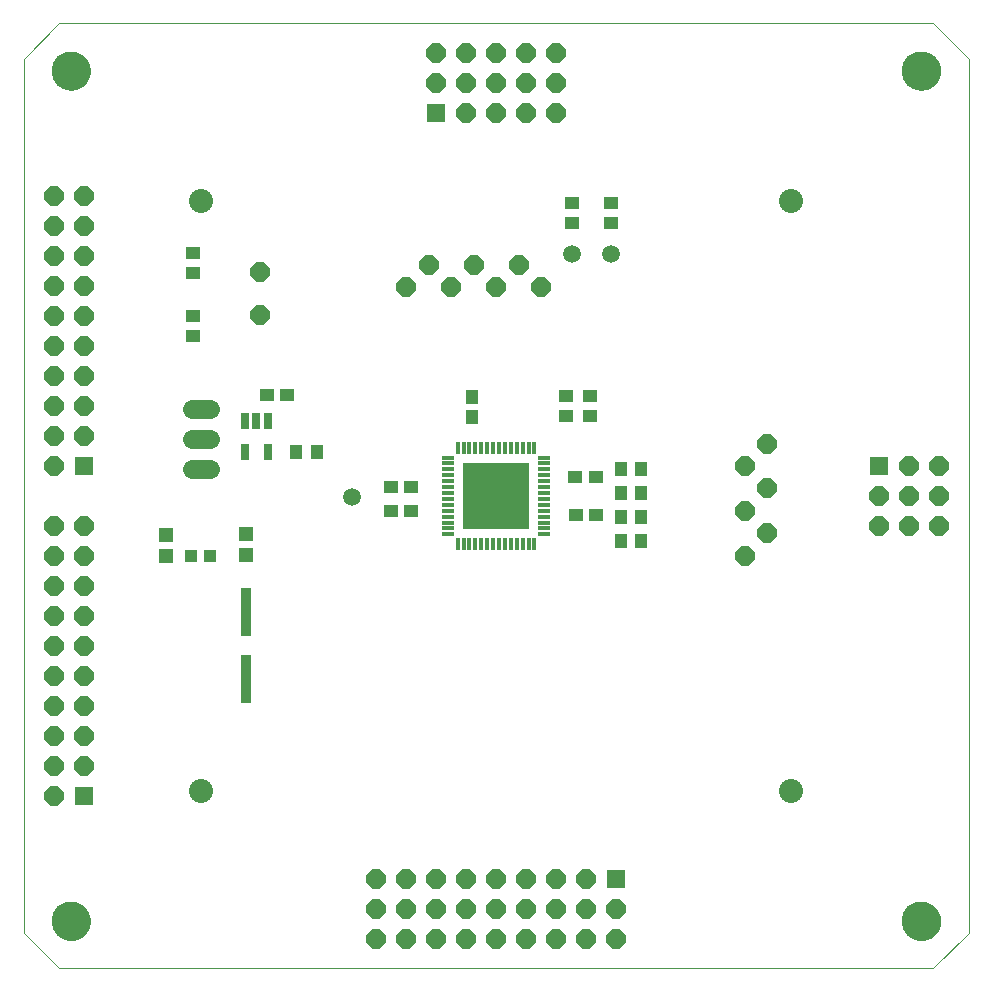
<source format=gts>
G75*
%MOIN*%
%OFA0B0*%
%FSLAX25Y25*%
%IPPOS*%
%LPD*%
%AMOC8*
5,1,8,0,0,1.08239X$1,22.5*
%
%ADD10R,0.04652X0.04534*%
%ADD11R,0.04731X0.04337*%
%ADD12R,0.03400X0.16400*%
%ADD13R,0.03943X0.03943*%
%ADD14C,0.00000*%
%ADD15C,0.12998*%
%ADD16OC8,0.06400*%
%ADD17R,0.06400X0.06400*%
%ADD18C,0.06400*%
%ADD19R,0.04337X0.04731*%
%ADD20R,0.01384X0.04337*%
%ADD21R,0.22054X0.22054*%
%ADD22R,0.04337X0.01384*%
%ADD23R,0.02600X0.05400*%
%ADD24C,0.05912*%
%ADD25C,0.08000*%
D10*
X0059300Y0172655D03*
X0059300Y0179545D03*
X0086100Y0179845D03*
X0086100Y0172955D03*
D11*
X0134254Y0187600D03*
X0140946Y0187600D03*
X0140946Y0195600D03*
X0134254Y0195600D03*
X0099846Y0226200D03*
X0093154Y0226200D03*
X0068500Y0245954D03*
X0068500Y0252646D03*
X0068500Y0266854D03*
X0068500Y0273546D03*
X0194600Y0283654D03*
X0194600Y0290346D03*
X0207600Y0290346D03*
X0207600Y0283654D03*
X0200600Y0226146D03*
X0200600Y0219454D03*
X0192600Y0219454D03*
X0192600Y0226146D03*
X0195854Y0199000D03*
X0202546Y0199000D03*
X0202746Y0186400D03*
X0196054Y0186400D03*
D12*
X0085900Y0154100D03*
X0085900Y0131500D03*
D13*
X0073950Y0172700D03*
X0067650Y0172700D03*
D14*
X0011900Y0047011D02*
X0023711Y0035200D01*
X0315050Y0035200D01*
X0326861Y0047011D01*
X0326861Y0338350D01*
X0315050Y0350161D01*
X0023711Y0350161D01*
X0011900Y0338350D01*
X0011900Y0047011D01*
X0021349Y0050948D02*
X0021351Y0051106D01*
X0021357Y0051264D01*
X0021367Y0051422D01*
X0021381Y0051580D01*
X0021399Y0051737D01*
X0021420Y0051894D01*
X0021446Y0052050D01*
X0021476Y0052206D01*
X0021509Y0052361D01*
X0021547Y0052514D01*
X0021588Y0052667D01*
X0021633Y0052819D01*
X0021682Y0052970D01*
X0021735Y0053119D01*
X0021791Y0053267D01*
X0021851Y0053413D01*
X0021915Y0053558D01*
X0021983Y0053701D01*
X0022054Y0053843D01*
X0022128Y0053983D01*
X0022206Y0054120D01*
X0022288Y0054256D01*
X0022372Y0054390D01*
X0022461Y0054521D01*
X0022552Y0054650D01*
X0022647Y0054777D01*
X0022744Y0054902D01*
X0022845Y0055024D01*
X0022949Y0055143D01*
X0023056Y0055260D01*
X0023166Y0055374D01*
X0023279Y0055485D01*
X0023394Y0055594D01*
X0023512Y0055699D01*
X0023633Y0055801D01*
X0023756Y0055901D01*
X0023882Y0055997D01*
X0024010Y0056090D01*
X0024140Y0056180D01*
X0024273Y0056266D01*
X0024408Y0056350D01*
X0024544Y0056429D01*
X0024683Y0056506D01*
X0024824Y0056578D01*
X0024966Y0056648D01*
X0025110Y0056713D01*
X0025256Y0056775D01*
X0025403Y0056833D01*
X0025552Y0056888D01*
X0025702Y0056939D01*
X0025853Y0056986D01*
X0026005Y0057029D01*
X0026158Y0057068D01*
X0026313Y0057104D01*
X0026468Y0057135D01*
X0026624Y0057163D01*
X0026780Y0057187D01*
X0026937Y0057207D01*
X0027095Y0057223D01*
X0027252Y0057235D01*
X0027411Y0057243D01*
X0027569Y0057247D01*
X0027727Y0057247D01*
X0027885Y0057243D01*
X0028044Y0057235D01*
X0028201Y0057223D01*
X0028359Y0057207D01*
X0028516Y0057187D01*
X0028672Y0057163D01*
X0028828Y0057135D01*
X0028983Y0057104D01*
X0029138Y0057068D01*
X0029291Y0057029D01*
X0029443Y0056986D01*
X0029594Y0056939D01*
X0029744Y0056888D01*
X0029893Y0056833D01*
X0030040Y0056775D01*
X0030186Y0056713D01*
X0030330Y0056648D01*
X0030472Y0056578D01*
X0030613Y0056506D01*
X0030752Y0056429D01*
X0030888Y0056350D01*
X0031023Y0056266D01*
X0031156Y0056180D01*
X0031286Y0056090D01*
X0031414Y0055997D01*
X0031540Y0055901D01*
X0031663Y0055801D01*
X0031784Y0055699D01*
X0031902Y0055594D01*
X0032017Y0055485D01*
X0032130Y0055374D01*
X0032240Y0055260D01*
X0032347Y0055143D01*
X0032451Y0055024D01*
X0032552Y0054902D01*
X0032649Y0054777D01*
X0032744Y0054650D01*
X0032835Y0054521D01*
X0032924Y0054390D01*
X0033008Y0054256D01*
X0033090Y0054120D01*
X0033168Y0053983D01*
X0033242Y0053843D01*
X0033313Y0053701D01*
X0033381Y0053558D01*
X0033445Y0053413D01*
X0033505Y0053267D01*
X0033561Y0053119D01*
X0033614Y0052970D01*
X0033663Y0052819D01*
X0033708Y0052667D01*
X0033749Y0052514D01*
X0033787Y0052361D01*
X0033820Y0052206D01*
X0033850Y0052050D01*
X0033876Y0051894D01*
X0033897Y0051737D01*
X0033915Y0051580D01*
X0033929Y0051422D01*
X0033939Y0051264D01*
X0033945Y0051106D01*
X0033947Y0050948D01*
X0033945Y0050790D01*
X0033939Y0050632D01*
X0033929Y0050474D01*
X0033915Y0050316D01*
X0033897Y0050159D01*
X0033876Y0050002D01*
X0033850Y0049846D01*
X0033820Y0049690D01*
X0033787Y0049535D01*
X0033749Y0049382D01*
X0033708Y0049229D01*
X0033663Y0049077D01*
X0033614Y0048926D01*
X0033561Y0048777D01*
X0033505Y0048629D01*
X0033445Y0048483D01*
X0033381Y0048338D01*
X0033313Y0048195D01*
X0033242Y0048053D01*
X0033168Y0047913D01*
X0033090Y0047776D01*
X0033008Y0047640D01*
X0032924Y0047506D01*
X0032835Y0047375D01*
X0032744Y0047246D01*
X0032649Y0047119D01*
X0032552Y0046994D01*
X0032451Y0046872D01*
X0032347Y0046753D01*
X0032240Y0046636D01*
X0032130Y0046522D01*
X0032017Y0046411D01*
X0031902Y0046302D01*
X0031784Y0046197D01*
X0031663Y0046095D01*
X0031540Y0045995D01*
X0031414Y0045899D01*
X0031286Y0045806D01*
X0031156Y0045716D01*
X0031023Y0045630D01*
X0030888Y0045546D01*
X0030752Y0045467D01*
X0030613Y0045390D01*
X0030472Y0045318D01*
X0030330Y0045248D01*
X0030186Y0045183D01*
X0030040Y0045121D01*
X0029893Y0045063D01*
X0029744Y0045008D01*
X0029594Y0044957D01*
X0029443Y0044910D01*
X0029291Y0044867D01*
X0029138Y0044828D01*
X0028983Y0044792D01*
X0028828Y0044761D01*
X0028672Y0044733D01*
X0028516Y0044709D01*
X0028359Y0044689D01*
X0028201Y0044673D01*
X0028044Y0044661D01*
X0027885Y0044653D01*
X0027727Y0044649D01*
X0027569Y0044649D01*
X0027411Y0044653D01*
X0027252Y0044661D01*
X0027095Y0044673D01*
X0026937Y0044689D01*
X0026780Y0044709D01*
X0026624Y0044733D01*
X0026468Y0044761D01*
X0026313Y0044792D01*
X0026158Y0044828D01*
X0026005Y0044867D01*
X0025853Y0044910D01*
X0025702Y0044957D01*
X0025552Y0045008D01*
X0025403Y0045063D01*
X0025256Y0045121D01*
X0025110Y0045183D01*
X0024966Y0045248D01*
X0024824Y0045318D01*
X0024683Y0045390D01*
X0024544Y0045467D01*
X0024408Y0045546D01*
X0024273Y0045630D01*
X0024140Y0045716D01*
X0024010Y0045806D01*
X0023882Y0045899D01*
X0023756Y0045995D01*
X0023633Y0046095D01*
X0023512Y0046197D01*
X0023394Y0046302D01*
X0023279Y0046411D01*
X0023166Y0046522D01*
X0023056Y0046636D01*
X0022949Y0046753D01*
X0022845Y0046872D01*
X0022744Y0046994D01*
X0022647Y0047119D01*
X0022552Y0047246D01*
X0022461Y0047375D01*
X0022372Y0047506D01*
X0022288Y0047640D01*
X0022206Y0047776D01*
X0022128Y0047913D01*
X0022054Y0048053D01*
X0021983Y0048195D01*
X0021915Y0048338D01*
X0021851Y0048483D01*
X0021791Y0048629D01*
X0021735Y0048777D01*
X0021682Y0048926D01*
X0021633Y0049077D01*
X0021588Y0049229D01*
X0021547Y0049382D01*
X0021509Y0049535D01*
X0021476Y0049690D01*
X0021446Y0049846D01*
X0021420Y0050002D01*
X0021399Y0050159D01*
X0021381Y0050316D01*
X0021367Y0050474D01*
X0021357Y0050632D01*
X0021351Y0050790D01*
X0021349Y0050948D01*
X0021349Y0334413D02*
X0021351Y0334571D01*
X0021357Y0334729D01*
X0021367Y0334887D01*
X0021381Y0335045D01*
X0021399Y0335202D01*
X0021420Y0335359D01*
X0021446Y0335515D01*
X0021476Y0335671D01*
X0021509Y0335826D01*
X0021547Y0335979D01*
X0021588Y0336132D01*
X0021633Y0336284D01*
X0021682Y0336435D01*
X0021735Y0336584D01*
X0021791Y0336732D01*
X0021851Y0336878D01*
X0021915Y0337023D01*
X0021983Y0337166D01*
X0022054Y0337308D01*
X0022128Y0337448D01*
X0022206Y0337585D01*
X0022288Y0337721D01*
X0022372Y0337855D01*
X0022461Y0337986D01*
X0022552Y0338115D01*
X0022647Y0338242D01*
X0022744Y0338367D01*
X0022845Y0338489D01*
X0022949Y0338608D01*
X0023056Y0338725D01*
X0023166Y0338839D01*
X0023279Y0338950D01*
X0023394Y0339059D01*
X0023512Y0339164D01*
X0023633Y0339266D01*
X0023756Y0339366D01*
X0023882Y0339462D01*
X0024010Y0339555D01*
X0024140Y0339645D01*
X0024273Y0339731D01*
X0024408Y0339815D01*
X0024544Y0339894D01*
X0024683Y0339971D01*
X0024824Y0340043D01*
X0024966Y0340113D01*
X0025110Y0340178D01*
X0025256Y0340240D01*
X0025403Y0340298D01*
X0025552Y0340353D01*
X0025702Y0340404D01*
X0025853Y0340451D01*
X0026005Y0340494D01*
X0026158Y0340533D01*
X0026313Y0340569D01*
X0026468Y0340600D01*
X0026624Y0340628D01*
X0026780Y0340652D01*
X0026937Y0340672D01*
X0027095Y0340688D01*
X0027252Y0340700D01*
X0027411Y0340708D01*
X0027569Y0340712D01*
X0027727Y0340712D01*
X0027885Y0340708D01*
X0028044Y0340700D01*
X0028201Y0340688D01*
X0028359Y0340672D01*
X0028516Y0340652D01*
X0028672Y0340628D01*
X0028828Y0340600D01*
X0028983Y0340569D01*
X0029138Y0340533D01*
X0029291Y0340494D01*
X0029443Y0340451D01*
X0029594Y0340404D01*
X0029744Y0340353D01*
X0029893Y0340298D01*
X0030040Y0340240D01*
X0030186Y0340178D01*
X0030330Y0340113D01*
X0030472Y0340043D01*
X0030613Y0339971D01*
X0030752Y0339894D01*
X0030888Y0339815D01*
X0031023Y0339731D01*
X0031156Y0339645D01*
X0031286Y0339555D01*
X0031414Y0339462D01*
X0031540Y0339366D01*
X0031663Y0339266D01*
X0031784Y0339164D01*
X0031902Y0339059D01*
X0032017Y0338950D01*
X0032130Y0338839D01*
X0032240Y0338725D01*
X0032347Y0338608D01*
X0032451Y0338489D01*
X0032552Y0338367D01*
X0032649Y0338242D01*
X0032744Y0338115D01*
X0032835Y0337986D01*
X0032924Y0337855D01*
X0033008Y0337721D01*
X0033090Y0337585D01*
X0033168Y0337448D01*
X0033242Y0337308D01*
X0033313Y0337166D01*
X0033381Y0337023D01*
X0033445Y0336878D01*
X0033505Y0336732D01*
X0033561Y0336584D01*
X0033614Y0336435D01*
X0033663Y0336284D01*
X0033708Y0336132D01*
X0033749Y0335979D01*
X0033787Y0335826D01*
X0033820Y0335671D01*
X0033850Y0335515D01*
X0033876Y0335359D01*
X0033897Y0335202D01*
X0033915Y0335045D01*
X0033929Y0334887D01*
X0033939Y0334729D01*
X0033945Y0334571D01*
X0033947Y0334413D01*
X0033945Y0334255D01*
X0033939Y0334097D01*
X0033929Y0333939D01*
X0033915Y0333781D01*
X0033897Y0333624D01*
X0033876Y0333467D01*
X0033850Y0333311D01*
X0033820Y0333155D01*
X0033787Y0333000D01*
X0033749Y0332847D01*
X0033708Y0332694D01*
X0033663Y0332542D01*
X0033614Y0332391D01*
X0033561Y0332242D01*
X0033505Y0332094D01*
X0033445Y0331948D01*
X0033381Y0331803D01*
X0033313Y0331660D01*
X0033242Y0331518D01*
X0033168Y0331378D01*
X0033090Y0331241D01*
X0033008Y0331105D01*
X0032924Y0330971D01*
X0032835Y0330840D01*
X0032744Y0330711D01*
X0032649Y0330584D01*
X0032552Y0330459D01*
X0032451Y0330337D01*
X0032347Y0330218D01*
X0032240Y0330101D01*
X0032130Y0329987D01*
X0032017Y0329876D01*
X0031902Y0329767D01*
X0031784Y0329662D01*
X0031663Y0329560D01*
X0031540Y0329460D01*
X0031414Y0329364D01*
X0031286Y0329271D01*
X0031156Y0329181D01*
X0031023Y0329095D01*
X0030888Y0329011D01*
X0030752Y0328932D01*
X0030613Y0328855D01*
X0030472Y0328783D01*
X0030330Y0328713D01*
X0030186Y0328648D01*
X0030040Y0328586D01*
X0029893Y0328528D01*
X0029744Y0328473D01*
X0029594Y0328422D01*
X0029443Y0328375D01*
X0029291Y0328332D01*
X0029138Y0328293D01*
X0028983Y0328257D01*
X0028828Y0328226D01*
X0028672Y0328198D01*
X0028516Y0328174D01*
X0028359Y0328154D01*
X0028201Y0328138D01*
X0028044Y0328126D01*
X0027885Y0328118D01*
X0027727Y0328114D01*
X0027569Y0328114D01*
X0027411Y0328118D01*
X0027252Y0328126D01*
X0027095Y0328138D01*
X0026937Y0328154D01*
X0026780Y0328174D01*
X0026624Y0328198D01*
X0026468Y0328226D01*
X0026313Y0328257D01*
X0026158Y0328293D01*
X0026005Y0328332D01*
X0025853Y0328375D01*
X0025702Y0328422D01*
X0025552Y0328473D01*
X0025403Y0328528D01*
X0025256Y0328586D01*
X0025110Y0328648D01*
X0024966Y0328713D01*
X0024824Y0328783D01*
X0024683Y0328855D01*
X0024544Y0328932D01*
X0024408Y0329011D01*
X0024273Y0329095D01*
X0024140Y0329181D01*
X0024010Y0329271D01*
X0023882Y0329364D01*
X0023756Y0329460D01*
X0023633Y0329560D01*
X0023512Y0329662D01*
X0023394Y0329767D01*
X0023279Y0329876D01*
X0023166Y0329987D01*
X0023056Y0330101D01*
X0022949Y0330218D01*
X0022845Y0330337D01*
X0022744Y0330459D01*
X0022647Y0330584D01*
X0022552Y0330711D01*
X0022461Y0330840D01*
X0022372Y0330971D01*
X0022288Y0331105D01*
X0022206Y0331241D01*
X0022128Y0331378D01*
X0022054Y0331518D01*
X0021983Y0331660D01*
X0021915Y0331803D01*
X0021851Y0331948D01*
X0021791Y0332094D01*
X0021735Y0332242D01*
X0021682Y0332391D01*
X0021633Y0332542D01*
X0021588Y0332694D01*
X0021547Y0332847D01*
X0021509Y0333000D01*
X0021476Y0333155D01*
X0021446Y0333311D01*
X0021420Y0333467D01*
X0021399Y0333624D01*
X0021381Y0333781D01*
X0021367Y0333939D01*
X0021357Y0334097D01*
X0021351Y0334255D01*
X0021349Y0334413D01*
X0304814Y0334413D02*
X0304816Y0334571D01*
X0304822Y0334729D01*
X0304832Y0334887D01*
X0304846Y0335045D01*
X0304864Y0335202D01*
X0304885Y0335359D01*
X0304911Y0335515D01*
X0304941Y0335671D01*
X0304974Y0335826D01*
X0305012Y0335979D01*
X0305053Y0336132D01*
X0305098Y0336284D01*
X0305147Y0336435D01*
X0305200Y0336584D01*
X0305256Y0336732D01*
X0305316Y0336878D01*
X0305380Y0337023D01*
X0305448Y0337166D01*
X0305519Y0337308D01*
X0305593Y0337448D01*
X0305671Y0337585D01*
X0305753Y0337721D01*
X0305837Y0337855D01*
X0305926Y0337986D01*
X0306017Y0338115D01*
X0306112Y0338242D01*
X0306209Y0338367D01*
X0306310Y0338489D01*
X0306414Y0338608D01*
X0306521Y0338725D01*
X0306631Y0338839D01*
X0306744Y0338950D01*
X0306859Y0339059D01*
X0306977Y0339164D01*
X0307098Y0339266D01*
X0307221Y0339366D01*
X0307347Y0339462D01*
X0307475Y0339555D01*
X0307605Y0339645D01*
X0307738Y0339731D01*
X0307873Y0339815D01*
X0308009Y0339894D01*
X0308148Y0339971D01*
X0308289Y0340043D01*
X0308431Y0340113D01*
X0308575Y0340178D01*
X0308721Y0340240D01*
X0308868Y0340298D01*
X0309017Y0340353D01*
X0309167Y0340404D01*
X0309318Y0340451D01*
X0309470Y0340494D01*
X0309623Y0340533D01*
X0309778Y0340569D01*
X0309933Y0340600D01*
X0310089Y0340628D01*
X0310245Y0340652D01*
X0310402Y0340672D01*
X0310560Y0340688D01*
X0310717Y0340700D01*
X0310876Y0340708D01*
X0311034Y0340712D01*
X0311192Y0340712D01*
X0311350Y0340708D01*
X0311509Y0340700D01*
X0311666Y0340688D01*
X0311824Y0340672D01*
X0311981Y0340652D01*
X0312137Y0340628D01*
X0312293Y0340600D01*
X0312448Y0340569D01*
X0312603Y0340533D01*
X0312756Y0340494D01*
X0312908Y0340451D01*
X0313059Y0340404D01*
X0313209Y0340353D01*
X0313358Y0340298D01*
X0313505Y0340240D01*
X0313651Y0340178D01*
X0313795Y0340113D01*
X0313937Y0340043D01*
X0314078Y0339971D01*
X0314217Y0339894D01*
X0314353Y0339815D01*
X0314488Y0339731D01*
X0314621Y0339645D01*
X0314751Y0339555D01*
X0314879Y0339462D01*
X0315005Y0339366D01*
X0315128Y0339266D01*
X0315249Y0339164D01*
X0315367Y0339059D01*
X0315482Y0338950D01*
X0315595Y0338839D01*
X0315705Y0338725D01*
X0315812Y0338608D01*
X0315916Y0338489D01*
X0316017Y0338367D01*
X0316114Y0338242D01*
X0316209Y0338115D01*
X0316300Y0337986D01*
X0316389Y0337855D01*
X0316473Y0337721D01*
X0316555Y0337585D01*
X0316633Y0337448D01*
X0316707Y0337308D01*
X0316778Y0337166D01*
X0316846Y0337023D01*
X0316910Y0336878D01*
X0316970Y0336732D01*
X0317026Y0336584D01*
X0317079Y0336435D01*
X0317128Y0336284D01*
X0317173Y0336132D01*
X0317214Y0335979D01*
X0317252Y0335826D01*
X0317285Y0335671D01*
X0317315Y0335515D01*
X0317341Y0335359D01*
X0317362Y0335202D01*
X0317380Y0335045D01*
X0317394Y0334887D01*
X0317404Y0334729D01*
X0317410Y0334571D01*
X0317412Y0334413D01*
X0317410Y0334255D01*
X0317404Y0334097D01*
X0317394Y0333939D01*
X0317380Y0333781D01*
X0317362Y0333624D01*
X0317341Y0333467D01*
X0317315Y0333311D01*
X0317285Y0333155D01*
X0317252Y0333000D01*
X0317214Y0332847D01*
X0317173Y0332694D01*
X0317128Y0332542D01*
X0317079Y0332391D01*
X0317026Y0332242D01*
X0316970Y0332094D01*
X0316910Y0331948D01*
X0316846Y0331803D01*
X0316778Y0331660D01*
X0316707Y0331518D01*
X0316633Y0331378D01*
X0316555Y0331241D01*
X0316473Y0331105D01*
X0316389Y0330971D01*
X0316300Y0330840D01*
X0316209Y0330711D01*
X0316114Y0330584D01*
X0316017Y0330459D01*
X0315916Y0330337D01*
X0315812Y0330218D01*
X0315705Y0330101D01*
X0315595Y0329987D01*
X0315482Y0329876D01*
X0315367Y0329767D01*
X0315249Y0329662D01*
X0315128Y0329560D01*
X0315005Y0329460D01*
X0314879Y0329364D01*
X0314751Y0329271D01*
X0314621Y0329181D01*
X0314488Y0329095D01*
X0314353Y0329011D01*
X0314217Y0328932D01*
X0314078Y0328855D01*
X0313937Y0328783D01*
X0313795Y0328713D01*
X0313651Y0328648D01*
X0313505Y0328586D01*
X0313358Y0328528D01*
X0313209Y0328473D01*
X0313059Y0328422D01*
X0312908Y0328375D01*
X0312756Y0328332D01*
X0312603Y0328293D01*
X0312448Y0328257D01*
X0312293Y0328226D01*
X0312137Y0328198D01*
X0311981Y0328174D01*
X0311824Y0328154D01*
X0311666Y0328138D01*
X0311509Y0328126D01*
X0311350Y0328118D01*
X0311192Y0328114D01*
X0311034Y0328114D01*
X0310876Y0328118D01*
X0310717Y0328126D01*
X0310560Y0328138D01*
X0310402Y0328154D01*
X0310245Y0328174D01*
X0310089Y0328198D01*
X0309933Y0328226D01*
X0309778Y0328257D01*
X0309623Y0328293D01*
X0309470Y0328332D01*
X0309318Y0328375D01*
X0309167Y0328422D01*
X0309017Y0328473D01*
X0308868Y0328528D01*
X0308721Y0328586D01*
X0308575Y0328648D01*
X0308431Y0328713D01*
X0308289Y0328783D01*
X0308148Y0328855D01*
X0308009Y0328932D01*
X0307873Y0329011D01*
X0307738Y0329095D01*
X0307605Y0329181D01*
X0307475Y0329271D01*
X0307347Y0329364D01*
X0307221Y0329460D01*
X0307098Y0329560D01*
X0306977Y0329662D01*
X0306859Y0329767D01*
X0306744Y0329876D01*
X0306631Y0329987D01*
X0306521Y0330101D01*
X0306414Y0330218D01*
X0306310Y0330337D01*
X0306209Y0330459D01*
X0306112Y0330584D01*
X0306017Y0330711D01*
X0305926Y0330840D01*
X0305837Y0330971D01*
X0305753Y0331105D01*
X0305671Y0331241D01*
X0305593Y0331378D01*
X0305519Y0331518D01*
X0305448Y0331660D01*
X0305380Y0331803D01*
X0305316Y0331948D01*
X0305256Y0332094D01*
X0305200Y0332242D01*
X0305147Y0332391D01*
X0305098Y0332542D01*
X0305053Y0332694D01*
X0305012Y0332847D01*
X0304974Y0333000D01*
X0304941Y0333155D01*
X0304911Y0333311D01*
X0304885Y0333467D01*
X0304864Y0333624D01*
X0304846Y0333781D01*
X0304832Y0333939D01*
X0304822Y0334097D01*
X0304816Y0334255D01*
X0304814Y0334413D01*
X0304814Y0050948D02*
X0304816Y0051106D01*
X0304822Y0051264D01*
X0304832Y0051422D01*
X0304846Y0051580D01*
X0304864Y0051737D01*
X0304885Y0051894D01*
X0304911Y0052050D01*
X0304941Y0052206D01*
X0304974Y0052361D01*
X0305012Y0052514D01*
X0305053Y0052667D01*
X0305098Y0052819D01*
X0305147Y0052970D01*
X0305200Y0053119D01*
X0305256Y0053267D01*
X0305316Y0053413D01*
X0305380Y0053558D01*
X0305448Y0053701D01*
X0305519Y0053843D01*
X0305593Y0053983D01*
X0305671Y0054120D01*
X0305753Y0054256D01*
X0305837Y0054390D01*
X0305926Y0054521D01*
X0306017Y0054650D01*
X0306112Y0054777D01*
X0306209Y0054902D01*
X0306310Y0055024D01*
X0306414Y0055143D01*
X0306521Y0055260D01*
X0306631Y0055374D01*
X0306744Y0055485D01*
X0306859Y0055594D01*
X0306977Y0055699D01*
X0307098Y0055801D01*
X0307221Y0055901D01*
X0307347Y0055997D01*
X0307475Y0056090D01*
X0307605Y0056180D01*
X0307738Y0056266D01*
X0307873Y0056350D01*
X0308009Y0056429D01*
X0308148Y0056506D01*
X0308289Y0056578D01*
X0308431Y0056648D01*
X0308575Y0056713D01*
X0308721Y0056775D01*
X0308868Y0056833D01*
X0309017Y0056888D01*
X0309167Y0056939D01*
X0309318Y0056986D01*
X0309470Y0057029D01*
X0309623Y0057068D01*
X0309778Y0057104D01*
X0309933Y0057135D01*
X0310089Y0057163D01*
X0310245Y0057187D01*
X0310402Y0057207D01*
X0310560Y0057223D01*
X0310717Y0057235D01*
X0310876Y0057243D01*
X0311034Y0057247D01*
X0311192Y0057247D01*
X0311350Y0057243D01*
X0311509Y0057235D01*
X0311666Y0057223D01*
X0311824Y0057207D01*
X0311981Y0057187D01*
X0312137Y0057163D01*
X0312293Y0057135D01*
X0312448Y0057104D01*
X0312603Y0057068D01*
X0312756Y0057029D01*
X0312908Y0056986D01*
X0313059Y0056939D01*
X0313209Y0056888D01*
X0313358Y0056833D01*
X0313505Y0056775D01*
X0313651Y0056713D01*
X0313795Y0056648D01*
X0313937Y0056578D01*
X0314078Y0056506D01*
X0314217Y0056429D01*
X0314353Y0056350D01*
X0314488Y0056266D01*
X0314621Y0056180D01*
X0314751Y0056090D01*
X0314879Y0055997D01*
X0315005Y0055901D01*
X0315128Y0055801D01*
X0315249Y0055699D01*
X0315367Y0055594D01*
X0315482Y0055485D01*
X0315595Y0055374D01*
X0315705Y0055260D01*
X0315812Y0055143D01*
X0315916Y0055024D01*
X0316017Y0054902D01*
X0316114Y0054777D01*
X0316209Y0054650D01*
X0316300Y0054521D01*
X0316389Y0054390D01*
X0316473Y0054256D01*
X0316555Y0054120D01*
X0316633Y0053983D01*
X0316707Y0053843D01*
X0316778Y0053701D01*
X0316846Y0053558D01*
X0316910Y0053413D01*
X0316970Y0053267D01*
X0317026Y0053119D01*
X0317079Y0052970D01*
X0317128Y0052819D01*
X0317173Y0052667D01*
X0317214Y0052514D01*
X0317252Y0052361D01*
X0317285Y0052206D01*
X0317315Y0052050D01*
X0317341Y0051894D01*
X0317362Y0051737D01*
X0317380Y0051580D01*
X0317394Y0051422D01*
X0317404Y0051264D01*
X0317410Y0051106D01*
X0317412Y0050948D01*
X0317410Y0050790D01*
X0317404Y0050632D01*
X0317394Y0050474D01*
X0317380Y0050316D01*
X0317362Y0050159D01*
X0317341Y0050002D01*
X0317315Y0049846D01*
X0317285Y0049690D01*
X0317252Y0049535D01*
X0317214Y0049382D01*
X0317173Y0049229D01*
X0317128Y0049077D01*
X0317079Y0048926D01*
X0317026Y0048777D01*
X0316970Y0048629D01*
X0316910Y0048483D01*
X0316846Y0048338D01*
X0316778Y0048195D01*
X0316707Y0048053D01*
X0316633Y0047913D01*
X0316555Y0047776D01*
X0316473Y0047640D01*
X0316389Y0047506D01*
X0316300Y0047375D01*
X0316209Y0047246D01*
X0316114Y0047119D01*
X0316017Y0046994D01*
X0315916Y0046872D01*
X0315812Y0046753D01*
X0315705Y0046636D01*
X0315595Y0046522D01*
X0315482Y0046411D01*
X0315367Y0046302D01*
X0315249Y0046197D01*
X0315128Y0046095D01*
X0315005Y0045995D01*
X0314879Y0045899D01*
X0314751Y0045806D01*
X0314621Y0045716D01*
X0314488Y0045630D01*
X0314353Y0045546D01*
X0314217Y0045467D01*
X0314078Y0045390D01*
X0313937Y0045318D01*
X0313795Y0045248D01*
X0313651Y0045183D01*
X0313505Y0045121D01*
X0313358Y0045063D01*
X0313209Y0045008D01*
X0313059Y0044957D01*
X0312908Y0044910D01*
X0312756Y0044867D01*
X0312603Y0044828D01*
X0312448Y0044792D01*
X0312293Y0044761D01*
X0312137Y0044733D01*
X0311981Y0044709D01*
X0311824Y0044689D01*
X0311666Y0044673D01*
X0311509Y0044661D01*
X0311350Y0044653D01*
X0311192Y0044649D01*
X0311034Y0044649D01*
X0310876Y0044653D01*
X0310717Y0044661D01*
X0310560Y0044673D01*
X0310402Y0044689D01*
X0310245Y0044709D01*
X0310089Y0044733D01*
X0309933Y0044761D01*
X0309778Y0044792D01*
X0309623Y0044828D01*
X0309470Y0044867D01*
X0309318Y0044910D01*
X0309167Y0044957D01*
X0309017Y0045008D01*
X0308868Y0045063D01*
X0308721Y0045121D01*
X0308575Y0045183D01*
X0308431Y0045248D01*
X0308289Y0045318D01*
X0308148Y0045390D01*
X0308009Y0045467D01*
X0307873Y0045546D01*
X0307738Y0045630D01*
X0307605Y0045716D01*
X0307475Y0045806D01*
X0307347Y0045899D01*
X0307221Y0045995D01*
X0307098Y0046095D01*
X0306977Y0046197D01*
X0306859Y0046302D01*
X0306744Y0046411D01*
X0306631Y0046522D01*
X0306521Y0046636D01*
X0306414Y0046753D01*
X0306310Y0046872D01*
X0306209Y0046994D01*
X0306112Y0047119D01*
X0306017Y0047246D01*
X0305926Y0047375D01*
X0305837Y0047506D01*
X0305753Y0047640D01*
X0305671Y0047776D01*
X0305593Y0047913D01*
X0305519Y0048053D01*
X0305448Y0048195D01*
X0305380Y0048338D01*
X0305316Y0048483D01*
X0305256Y0048629D01*
X0305200Y0048777D01*
X0305147Y0048926D01*
X0305098Y0049077D01*
X0305053Y0049229D01*
X0305012Y0049382D01*
X0304974Y0049535D01*
X0304941Y0049690D01*
X0304911Y0049846D01*
X0304885Y0050002D01*
X0304864Y0050159D01*
X0304846Y0050316D01*
X0304832Y0050474D01*
X0304822Y0050632D01*
X0304816Y0050790D01*
X0304814Y0050948D01*
D15*
X0311113Y0050948D03*
X0311113Y0334413D03*
X0027648Y0334413D03*
X0027648Y0050948D03*
D16*
X0021861Y0092661D03*
X0021861Y0102661D03*
X0031861Y0102661D03*
X0031861Y0112661D03*
X0031861Y0122661D03*
X0021861Y0122661D03*
X0021861Y0112661D03*
X0021861Y0132661D03*
X0031861Y0132661D03*
X0031861Y0142661D03*
X0031861Y0152661D03*
X0021861Y0152661D03*
X0021861Y0142661D03*
X0021861Y0162661D03*
X0021861Y0172661D03*
X0031861Y0172661D03*
X0031861Y0162661D03*
X0031861Y0182661D03*
X0021861Y0182661D03*
X0021861Y0202661D03*
X0021861Y0212661D03*
X0021861Y0222661D03*
X0031861Y0222661D03*
X0031861Y0212661D03*
X0031861Y0232661D03*
X0031861Y0242661D03*
X0021861Y0242661D03*
X0021861Y0232661D03*
X0021861Y0252661D03*
X0031861Y0252661D03*
X0031861Y0262661D03*
X0031861Y0272661D03*
X0021861Y0272661D03*
X0021861Y0262661D03*
X0021861Y0282661D03*
X0021861Y0292661D03*
X0031861Y0292661D03*
X0031861Y0282661D03*
X0090600Y0267400D03*
X0090600Y0252900D03*
X0139400Y0262200D03*
X0146900Y0269700D03*
X0154400Y0262200D03*
X0161900Y0269700D03*
X0169400Y0262200D03*
X0176900Y0269700D03*
X0184400Y0262200D03*
X0189350Y0320330D03*
X0189350Y0330330D03*
X0189350Y0340330D03*
X0179350Y0340330D03*
X0179350Y0330330D03*
X0179350Y0320330D03*
X0169350Y0320330D03*
X0169350Y0330330D03*
X0159350Y0330330D03*
X0159350Y0320330D03*
X0149350Y0330330D03*
X0149350Y0340330D03*
X0159350Y0340330D03*
X0169350Y0340330D03*
X0259700Y0210100D03*
X0252200Y0202600D03*
X0259800Y0195200D03*
X0252200Y0187800D03*
X0259700Y0180300D03*
X0252200Y0172800D03*
X0296861Y0182680D03*
X0306861Y0182680D03*
X0316861Y0182680D03*
X0316861Y0192680D03*
X0316861Y0202680D03*
X0306861Y0202680D03*
X0306861Y0192680D03*
X0296861Y0192680D03*
X0199400Y0065000D03*
X0199400Y0055000D03*
X0209400Y0055000D03*
X0209400Y0045000D03*
X0199400Y0045000D03*
X0189400Y0045000D03*
X0189400Y0055000D03*
X0189400Y0065000D03*
X0179400Y0065000D03*
X0179400Y0055000D03*
X0179400Y0045000D03*
X0169400Y0045000D03*
X0159400Y0045000D03*
X0159400Y0055000D03*
X0159400Y0065000D03*
X0169400Y0065000D03*
X0169400Y0055000D03*
X0149400Y0055000D03*
X0149400Y0065000D03*
X0139400Y0065000D03*
X0139400Y0055000D03*
X0139400Y0045000D03*
X0129400Y0045000D03*
X0129400Y0055000D03*
X0129400Y0065000D03*
X0149400Y0045000D03*
D17*
X0209400Y0065000D03*
X0296861Y0202680D03*
X0149350Y0320330D03*
X0031861Y0202661D03*
X0031861Y0092661D03*
D18*
X0068000Y0201500D02*
X0074000Y0201500D01*
X0074000Y0211500D02*
X0068000Y0211500D01*
X0068000Y0221500D02*
X0074000Y0221500D01*
D19*
X0102854Y0207400D03*
X0109546Y0207400D03*
X0161400Y0218954D03*
X0161400Y0225646D03*
X0211154Y0201700D03*
X0217846Y0201700D03*
X0217846Y0193700D03*
X0211154Y0193700D03*
X0211154Y0185700D03*
X0217846Y0185700D03*
X0217846Y0177700D03*
X0211154Y0177700D03*
D20*
X0182176Y0176539D03*
X0180207Y0176539D03*
X0178239Y0176539D03*
X0176270Y0176539D03*
X0174302Y0176539D03*
X0172333Y0176539D03*
X0170365Y0176539D03*
X0168396Y0176539D03*
X0166428Y0176539D03*
X0164459Y0176539D03*
X0162491Y0176539D03*
X0160522Y0176539D03*
X0158554Y0176539D03*
X0156585Y0176539D03*
X0156585Y0208822D03*
X0158554Y0208822D03*
X0160522Y0208822D03*
X0162491Y0208822D03*
X0164459Y0208822D03*
X0166428Y0208822D03*
X0168396Y0208822D03*
X0170365Y0208822D03*
X0172333Y0208822D03*
X0174302Y0208822D03*
X0176270Y0208822D03*
X0178239Y0208822D03*
X0180207Y0208822D03*
X0182176Y0208822D03*
D21*
X0169380Y0192680D03*
D22*
X0153239Y0191696D03*
X0153239Y0189728D03*
X0153239Y0187759D03*
X0153239Y0185791D03*
X0153239Y0183822D03*
X0153239Y0181854D03*
X0153239Y0179885D03*
X0153239Y0193665D03*
X0153239Y0195633D03*
X0153239Y0197602D03*
X0153239Y0199570D03*
X0153239Y0201539D03*
X0153239Y0203507D03*
X0153239Y0205476D03*
X0185522Y0205476D03*
X0185522Y0203507D03*
X0185522Y0201539D03*
X0185522Y0199570D03*
X0185522Y0197602D03*
X0185522Y0195633D03*
X0185522Y0193665D03*
X0185522Y0191696D03*
X0185522Y0189728D03*
X0185522Y0187759D03*
X0185522Y0185791D03*
X0185522Y0183822D03*
X0185522Y0181854D03*
X0185522Y0179885D03*
D23*
X0093200Y0207400D03*
X0085800Y0207400D03*
X0085800Y0217600D03*
X0089500Y0217600D03*
X0093200Y0217600D03*
D24*
X0121200Y0192200D03*
X0194600Y0273200D03*
X0207600Y0273200D03*
D25*
X0267806Y0291106D03*
X0267806Y0094255D03*
X0070955Y0094255D03*
X0070955Y0291106D03*
M02*

</source>
